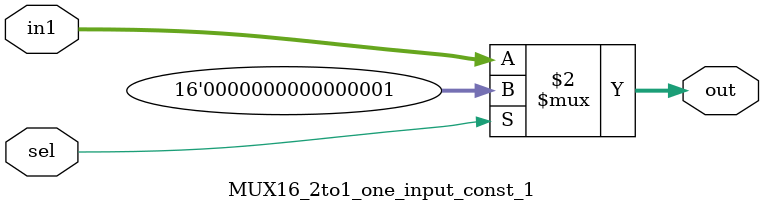
<source format=v>
module MUX16_2to1_one_input_const_1 (in1, sel, out);

  input sel;
  input [15:0] in1;
  output [15:0] out;
  
  assign out = (sel == 0) ? in1 : 16'd1;
  
endmodule
</source>
